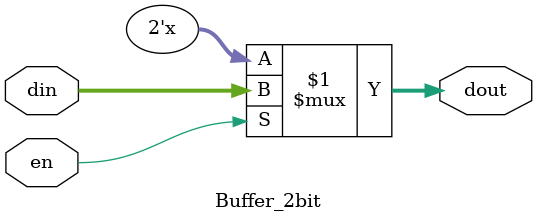
<source format=sv>
module Buffer_2bit(input en, input [1:0] din, output [1:0] dout);
    assign dout = en ? din : 2'bx;
endmodule
</source>
